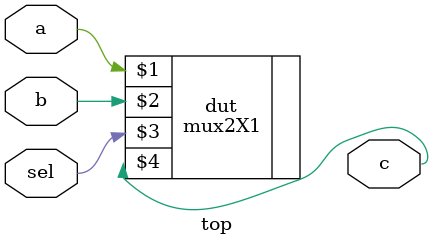
<source format=v>
module top(a,b,sel,c);
    input a,b,sel;
    output reg c;
    mux2X1 dut(a,b,sel,c);
endmodule
</source>
